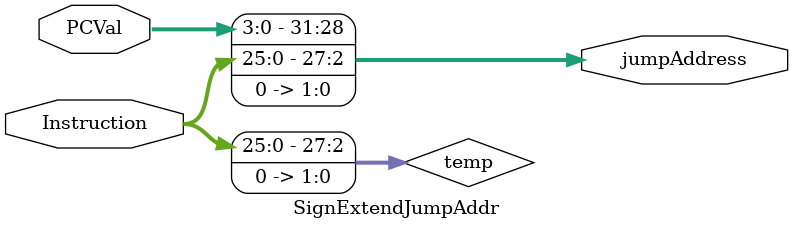
<source format=v>
`timescale 1ns / 1ps

module SignExtendJumpAddr(PCVal, Instruction, jumpAddress);

  input [3:0] PCVal;
  input [25:0] Instruction;
  output reg [31:0] jumpAddress;
  
  reg [27:0] temp;
  
  always @(*) begin
    temp = {Instruction, 2'b00};
    jumpAddress = {PCVal, temp};
  end
  
endmodule

</source>
